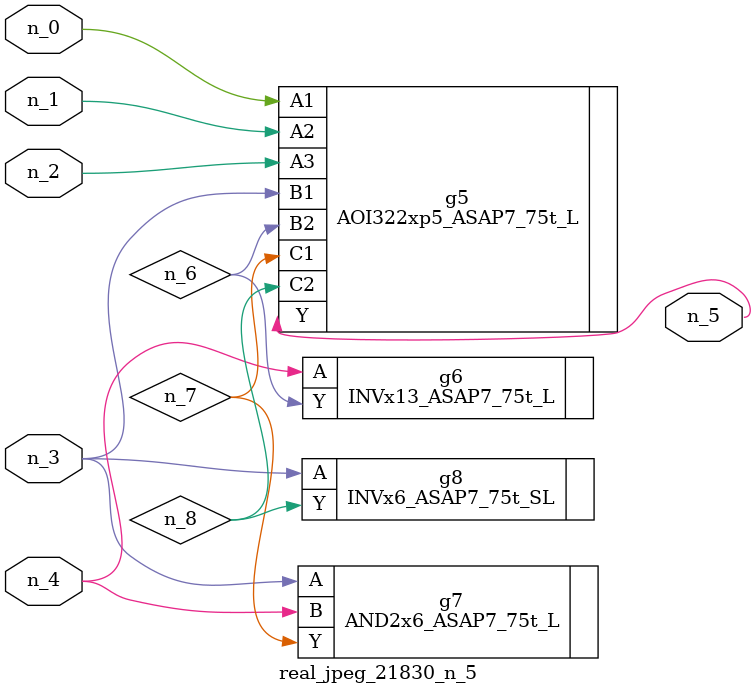
<source format=v>
module real_jpeg_21830_n_5 (n_4, n_0, n_1, n_2, n_3, n_5);

input n_4;
input n_0;
input n_1;
input n_2;
input n_3;

output n_5;

wire n_8;
wire n_6;
wire n_7;

AOI322xp5_ASAP7_75t_L g5 ( 
.A1(n_0),
.A2(n_1),
.A3(n_2),
.B1(n_3),
.B2(n_6),
.C1(n_7),
.C2(n_8),
.Y(n_5)
);

AND2x6_ASAP7_75t_L g7 ( 
.A(n_3),
.B(n_4),
.Y(n_7)
);

INVx6_ASAP7_75t_SL g8 ( 
.A(n_3),
.Y(n_8)
);

INVx13_ASAP7_75t_L g6 ( 
.A(n_4),
.Y(n_6)
);


endmodule
</source>
